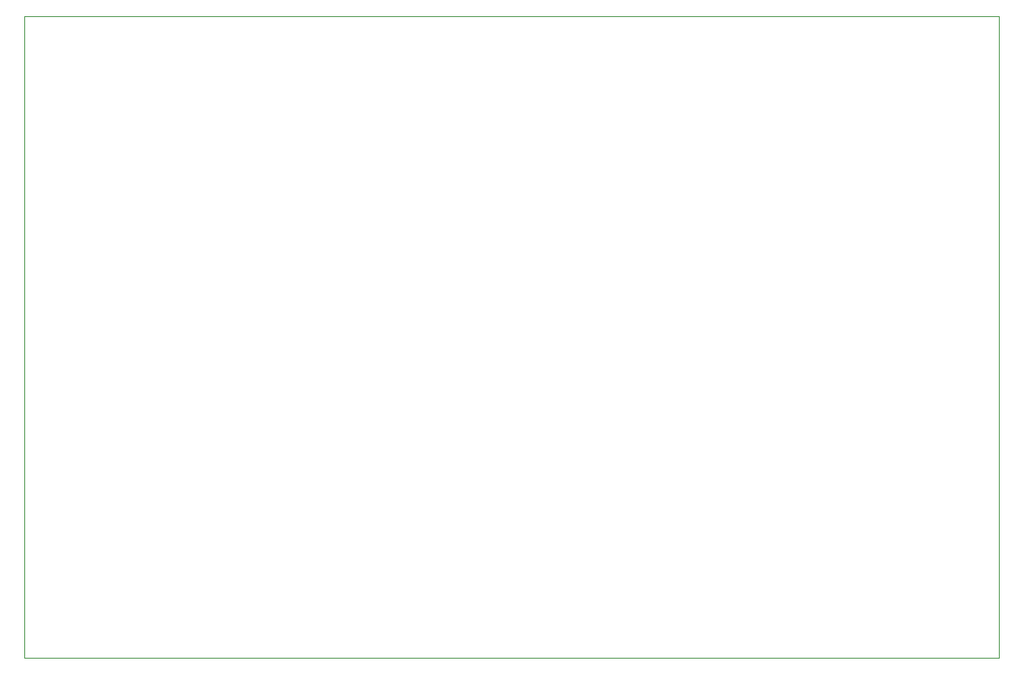
<source format=gm1>
G04 #@! TF.GenerationSoftware,KiCad,Pcbnew,5.1.10*
G04 #@! TF.CreationDate,2021-12-17T16:10:36-08:00*
G04 #@! TF.ProjectId,SEPIC,53455049-432e-46b6-9963-61645f706362,v0.1*
G04 #@! TF.SameCoordinates,Original*
G04 #@! TF.FileFunction,Profile,NP*
%FSLAX46Y46*%
G04 Gerber Fmt 4.6, Leading zero omitted, Abs format (unit mm)*
G04 Created by KiCad (PCBNEW 5.1.10) date 2021-12-17 16:10:36*
%MOMM*%
%LPD*%
G01*
G04 APERTURE LIST*
G04 #@! TA.AperFunction,Profile*
%ADD10C,0.050000*%
G04 #@! TD*
G04 APERTURE END LIST*
D10*
X195326000Y-137922000D02*
X192532000Y-137922000D01*
X195326000Y-137668000D02*
X195326000Y-137922000D01*
X195326000Y-70866000D02*
X195326000Y-137668000D01*
X93472000Y-70866000D02*
X195326000Y-70866000D01*
X93472000Y-137922000D02*
X93472000Y-70866000D01*
X192532000Y-137922000D02*
X93472000Y-137922000D01*
M02*

</source>
